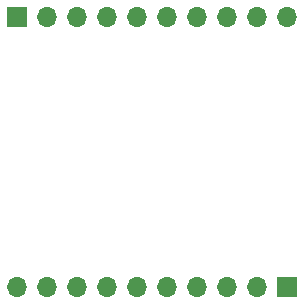
<source format=gbr>
%TF.GenerationSoftware,KiCad,Pcbnew,8.0.6*%
%TF.CreationDate,2024-11-07T23:38:59+00:00*%
%TF.ProjectId,pin_interface_circuit,70696e5f-696e-4746-9572-666163655f63,rev?*%
%TF.SameCoordinates,Original*%
%TF.FileFunction,Soldermask,Bot*%
%TF.FilePolarity,Negative*%
%FSLAX46Y46*%
G04 Gerber Fmt 4.6, Leading zero omitted, Abs format (unit mm)*
G04 Created by KiCad (PCBNEW 8.0.6) date 2024-11-07 23:38:59*
%MOMM*%
%LPD*%
G01*
G04 APERTURE LIST*
%ADD10R,1.700000X1.700000*%
%ADD11O,1.700000X1.700000*%
G04 APERTURE END LIST*
D10*
%TO.C,J1*%
X141780000Y-96500000D03*
D11*
X139240000Y-96500000D03*
X136700000Y-96500000D03*
X134160000Y-96500000D03*
X131620000Y-96500000D03*
X129080000Y-96500000D03*
X126540000Y-96500000D03*
X124000000Y-96500000D03*
X121460000Y-96500000D03*
X118920000Y-96500000D03*
%TD*%
D10*
%TO.C,J2*%
X118920000Y-73660000D03*
D11*
X121460000Y-73660000D03*
X124000000Y-73660000D03*
X126540000Y-73660000D03*
X129080000Y-73660000D03*
X131620000Y-73660000D03*
X134160000Y-73660000D03*
X136700000Y-73660000D03*
X139240000Y-73660000D03*
X141780000Y-73660000D03*
%TD*%
M02*

</source>
